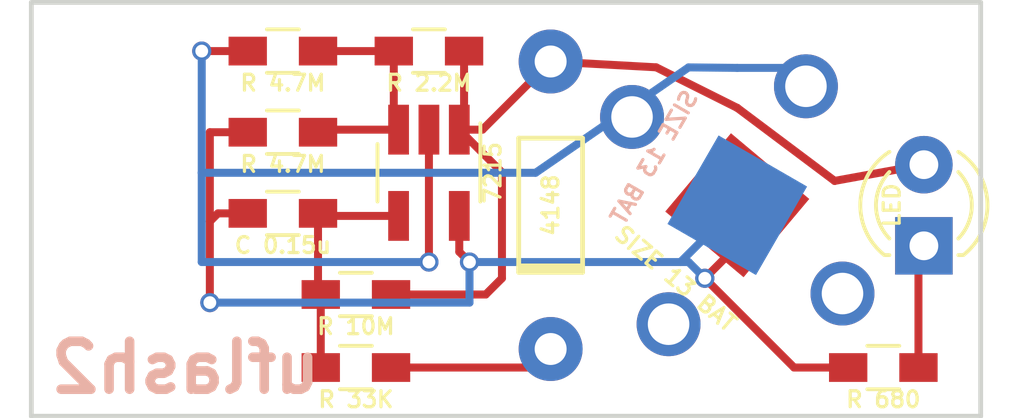
<source format=kicad_pcb>
(kicad_pcb (version 4) (host pcbnew 4.0.7-e2-6376~58~ubuntu16.04.1)

  (general
    (links 0)
    (no_connects 0)
    (area 180.174999 81.712999 212.906 94.868)
    (thickness 1.6)
    (drawings 5)
    (tracks 61)
    (zones 0)
    (modules 13)
    (nets 1)
  )

  (page A4)
  (layers
    (0 F.Cu signal)
    (31 B.Cu signal)
    (32 B.Adhes user)
    (33 F.Adhes user)
    (34 B.Paste user)
    (35 F.Paste user)
    (36 B.SilkS user)
    (37 F.SilkS user)
    (38 B.Mask user)
    (39 F.Mask user)
    (40 Dwgs.User user)
    (41 Cmts.User user)
    (42 Eco1.User user)
    (43 Eco2.User user)
    (44 Edge.Cuts user)
    (45 Margin user)
    (46 B.CrtYd user)
    (47 F.CrtYd user)
    (48 B.Fab user)
    (49 F.Fab user)
  )

  (setup
    (last_trace_width 0.25)
    (trace_clearance 0.2)
    (zone_clearance 0.508)
    (zone_45_only no)
    (trace_min 0.2)
    (segment_width 0.2)
    (edge_width 0.15)
    (via_size 0.6)
    (via_drill 0.4)
    (via_min_size 0.4)
    (via_min_drill 0.3)
    (uvia_size 0.3)
    (uvia_drill 0.1)
    (uvias_allowed no)
    (uvia_min_size 0.2)
    (uvia_min_drill 0.1)
    (pcb_text_width 0.3)
    (pcb_text_size 1.5 1.5)
    (mod_edge_width 0.15)
    (mod_text_size 1 1)
    (mod_text_width 0.15)
    (pad_size 1.524 1.524)
    (pad_drill 0.762)
    (pad_to_mask_clearance 0.2)
    (aux_axis_origin 0 0)
    (visible_elements FFFFFF7F)
    (pcbplotparams
      (layerselection 0x00030_80000001)
      (usegerberextensions false)
      (excludeedgelayer true)
      (linewidth 0.150000)
      (plotframeref false)
      (viasonmask false)
      (mode 1)
      (useauxorigin false)
      (hpglpennumber 1)
      (hpglpenspeed 20)
      (hpglpendiameter 15)
      (hpglpenoverlay 2)
      (psnegative false)
      (psa4output false)
      (plotreference true)
      (plotvalue true)
      (plotinvisibletext false)
      (padsonsilk false)
      (subtractmaskfromsilk false)
      (outputformat 1)
      (mirror false)
      (drillshape 1)
      (scaleselection 1)
      (outputdirectory ""))
  )

  (net 0 "")

  (net_class Default "This is the default net class."
    (clearance 0.2)
    (trace_width 0.25)
    (via_dia 0.6)
    (via_drill 0.4)
    (uvia_dia 0.3)
    (uvia_drill 0.1)
  )

  (module Battery_Holders:Keystone_2989_1x13mm-CoinCell (layer B.Cu) (tedit 5A8A54CD) (tstamp 5A8A5458)
    (at 203.454 88.138 240)
    (descr http://www.keyelco.com/product-pdf.cfm)
    (tags "Keystone type 2989 coin cell retainer")
    (fp_text reference "SIZE 13 BAT" (at 0 3 240) (layer B.SilkS)
      (effects (font (size 0.5 0.5) (thickness 0.1)) (justify mirror))
    )
    (fp_text value "" (at 0 0 240) (layer B.SilkS)
      (effects (font (thickness 0.15)) (justify mirror))
    )
    (fp_circle (center 0 0) (end 0 -4.4) (layer Dwgs.User) (width 0.15))
    (pad 1 thru_hole circle (at -4.3 0 240) (size 2 2) (drill 1.3) (layers *.Cu *.Mask))
    (pad 1 thru_hole circle (at 4.3 0 240) (size 2 2) (drill 1.3) (layers *.Cu *.Mask))
    (pad 2 smd rect (at 0 0 240) (size 3.2 3.2) (layers B.Cu B.Mask))
    (model Battery_Holders.3dshapes/Keystone_2989_1x13mm-CoinCell.wrl
      (at (xyz 0 0 0))
      (scale (xyz 1 1 1))
      (rotate (xyz 0 0 0))
    )
  )

  (module Resistors_SMD:R_0603_HandSoldering (layer F.Cu) (tedit 5A8A5CAE) (tstamp 5A902C9A)
    (at 208.026 93.218 180)
    (descr "Resistor SMD 0603, hand soldering")
    (tags "resistor 0603")
    (attr smd)
    (fp_text reference "R 680" (at 0 -1 180) (layer F.SilkS)
      (effects (font (size 0.5 0.5) (thickness 0.1)))
    )
    (fp_text value "" (at 0 1.55 180) (layer F.Fab)
      (effects (font (size 1 1) (thickness 0.15)))
    )
    (fp_text user %R (at 0 0 180) (layer F.Fab)
      (effects (font (size 0.4 0.4) (thickness 0.075)))
    )
    (fp_line (start -0.8 0.4) (end -0.8 -0.4) (layer F.Fab) (width 0.1))
    (fp_line (start 0.8 0.4) (end -0.8 0.4) (layer F.Fab) (width 0.1))
    (fp_line (start 0.8 -0.4) (end 0.8 0.4) (layer F.Fab) (width 0.1))
    (fp_line (start -0.8 -0.4) (end 0.8 -0.4) (layer F.Fab) (width 0.1))
    (fp_line (start 0.5 0.68) (end -0.5 0.68) (layer F.SilkS) (width 0.12))
    (fp_line (start -0.5 -0.68) (end 0.5 -0.68) (layer F.SilkS) (width 0.12))
    (fp_line (start -1.96 -0.7) (end 1.95 -0.7) (layer F.CrtYd) (width 0.05))
    (fp_line (start -1.96 -0.7) (end -1.96 0.7) (layer F.CrtYd) (width 0.05))
    (fp_line (start 1.95 0.7) (end 1.95 -0.7) (layer F.CrtYd) (width 0.05))
    (fp_line (start 1.95 0.7) (end -1.96 0.7) (layer F.CrtYd) (width 0.05))
    (pad 1 smd rect (at -1.1 0 180) (size 1.2 0.9) (layers F.Cu F.Paste F.Mask))
    (pad 2 smd rect (at 1.1 0 180) (size 1.2 0.9) (layers F.Cu F.Paste F.Mask))
    (model ${KISYS3DMOD}/Resistors_SMD.3dshapes/R_0603.wrl
      (at (xyz 0 0 0))
      (scale (xyz 1 1 1))
      (rotate (xyz 0 0 0))
    )
  )

  (module Resistors_SMD:R_0603_HandSoldering (layer F.Cu) (tedit 5A8A470B) (tstamp 5A8A8B39)
    (at 191.516 93.218 180)
    (descr "Resistor SMD 0603, hand soldering")
    (tags "resistor 0603")
    (attr smd)
    (fp_text reference "R 33K" (at 0 -1 180) (layer F.SilkS)
      (effects (font (size 0.5 0.5) (thickness 0.1)))
    )
    (fp_text value "" (at 0 1.55 180) (layer F.Fab)
      (effects (font (size 1 1) (thickness 0.15)))
    )
    (fp_text user %R (at 0 0 180) (layer F.Fab)
      (effects (font (size 0.4 0.4) (thickness 0.075)))
    )
    (fp_line (start -0.8 0.4) (end -0.8 -0.4) (layer F.Fab) (width 0.1))
    (fp_line (start 0.8 0.4) (end -0.8 0.4) (layer F.Fab) (width 0.1))
    (fp_line (start 0.8 -0.4) (end 0.8 0.4) (layer F.Fab) (width 0.1))
    (fp_line (start -0.8 -0.4) (end 0.8 -0.4) (layer F.Fab) (width 0.1))
    (fp_line (start 0.5 0.68) (end -0.5 0.68) (layer F.SilkS) (width 0.12))
    (fp_line (start -0.5 -0.68) (end 0.5 -0.68) (layer F.SilkS) (width 0.12))
    (fp_line (start -1.96 -0.7) (end 1.95 -0.7) (layer F.CrtYd) (width 0.05))
    (fp_line (start -1.96 -0.7) (end -1.96 0.7) (layer F.CrtYd) (width 0.05))
    (fp_line (start 1.95 0.7) (end 1.95 -0.7) (layer F.CrtYd) (width 0.05))
    (fp_line (start 1.95 0.7) (end -1.96 0.7) (layer F.CrtYd) (width 0.05))
    (pad 1 smd rect (at -1.1 0 180) (size 1.2 0.9) (layers F.Cu F.Paste F.Mask))
    (pad 2 smd rect (at 1.1 0 180) (size 1.2 0.9) (layers F.Cu F.Paste F.Mask))
    (model ${KISYS3DMOD}/Resistors_SMD.3dshapes/R_0603.wrl
      (at (xyz 0 0 0))
      (scale (xyz 1 1 1))
      (rotate (xyz 0 0 0))
    )
  )

  (module Resistors_SMD:R_0603_HandSoldering (layer F.Cu) (tedit 5A8A46F6) (tstamp 5A8A8B28)
    (at 191.516 90.932 180)
    (descr "Resistor SMD 0603, hand soldering")
    (tags "resistor 0603")
    (attr smd)
    (fp_text reference "R 10M" (at 0 -1 180) (layer F.SilkS)
      (effects (font (size 0.5 0.5) (thickness 0.1)))
    )
    (fp_text value "" (at 0 1.55 180) (layer F.Fab)
      (effects (font (size 1 1) (thickness 0.15)))
    )
    (fp_text user %R (at 0 0 180) (layer F.Fab)
      (effects (font (size 0.4 0.4) (thickness 0.075)))
    )
    (fp_line (start -0.8 0.4) (end -0.8 -0.4) (layer F.Fab) (width 0.1))
    (fp_line (start 0.8 0.4) (end -0.8 0.4) (layer F.Fab) (width 0.1))
    (fp_line (start 0.8 -0.4) (end 0.8 0.4) (layer F.Fab) (width 0.1))
    (fp_line (start -0.8 -0.4) (end 0.8 -0.4) (layer F.Fab) (width 0.1))
    (fp_line (start 0.5 0.68) (end -0.5 0.68) (layer F.SilkS) (width 0.12))
    (fp_line (start -0.5 -0.68) (end 0.5 -0.68) (layer F.SilkS) (width 0.12))
    (fp_line (start -1.96 -0.7) (end 1.95 -0.7) (layer F.CrtYd) (width 0.05))
    (fp_line (start -1.96 -0.7) (end -1.96 0.7) (layer F.CrtYd) (width 0.05))
    (fp_line (start 1.95 0.7) (end 1.95 -0.7) (layer F.CrtYd) (width 0.05))
    (fp_line (start 1.95 0.7) (end -1.96 0.7) (layer F.CrtYd) (width 0.05))
    (pad 1 smd rect (at -1.1 0 180) (size 1.2 0.9) (layers F.Cu F.Paste F.Mask))
    (pad 2 smd rect (at 1.1 0 180) (size 1.2 0.9) (layers F.Cu F.Paste F.Mask))
    (model ${KISYS3DMOD}/Resistors_SMD.3dshapes/R_0603.wrl
      (at (xyz 0 0 0))
      (scale (xyz 1 1 1))
      (rotate (xyz 0 0 0))
    )
  )

  (module Resistors_SMD:R_0603_HandSoldering (layer F.Cu) (tedit 5A8A4719) (tstamp 5A8A89B6)
    (at 189.23 88.392 180)
    (descr "Resistor SMD 0603, hand soldering")
    (tags "resistor 0603")
    (attr smd)
    (fp_text reference "C 0.15u" (at 0 -1 180) (layer F.SilkS)
      (effects (font (size 0.5 0.5) (thickness 0.1)))
    )
    (fp_text value "" (at 0 1.55 180) (layer F.Fab)
      (effects (font (size 1 1) (thickness 0.15)))
    )
    (fp_text user %R (at 0 0 180) (layer F.Fab)
      (effects (font (size 0.4 0.4) (thickness 0.075)))
    )
    (fp_line (start -0.8 0.4) (end -0.8 -0.4) (layer F.Fab) (width 0.1))
    (fp_line (start 0.8 0.4) (end -0.8 0.4) (layer F.Fab) (width 0.1))
    (fp_line (start 0.8 -0.4) (end 0.8 0.4) (layer F.Fab) (width 0.1))
    (fp_line (start -0.8 -0.4) (end 0.8 -0.4) (layer F.Fab) (width 0.1))
    (fp_line (start 0.5 0.68) (end -0.5 0.68) (layer F.SilkS) (width 0.12))
    (fp_line (start -0.5 -0.68) (end 0.5 -0.68) (layer F.SilkS) (width 0.12))
    (fp_line (start -1.96 -0.7) (end 1.95 -0.7) (layer F.CrtYd) (width 0.05))
    (fp_line (start -1.96 -0.7) (end -1.96 0.7) (layer F.CrtYd) (width 0.05))
    (fp_line (start 1.95 0.7) (end 1.95 -0.7) (layer F.CrtYd) (width 0.05))
    (fp_line (start 1.95 0.7) (end -1.96 0.7) (layer F.CrtYd) (width 0.05))
    (pad 1 smd rect (at -1.1 0 180) (size 1.2 0.9) (layers F.Cu F.Paste F.Mask))
    (pad 2 smd rect (at 1.1 0 180) (size 1.2 0.9) (layers F.Cu F.Paste F.Mask))
    (model ${KISYS3DMOD}/Resistors_SMD.3dshapes/R_0603.wrl
      (at (xyz 0 0 0))
      (scale (xyz 1 1 1))
      (rotate (xyz 0 0 0))
    )
  )

  (module Resistors_SMD:R_0603_HandSoldering (layer F.Cu) (tedit 5A8A472A) (tstamp 5A8A89A5)
    (at 189.23 85.852 180)
    (descr "Resistor SMD 0603, hand soldering")
    (tags "resistor 0603")
    (attr smd)
    (fp_text reference "R 4.7M" (at 0 -1 180) (layer F.SilkS)
      (effects (font (size 0.5 0.5) (thickness 0.1)))
    )
    (fp_text value "" (at 0 1.55 180) (layer F.Fab)
      (effects (font (size 1 1) (thickness 0.15)))
    )
    (fp_text user %R (at 0 0 180) (layer F.Fab)
      (effects (font (size 0.4 0.4) (thickness 0.075)))
    )
    (fp_line (start -0.8 0.4) (end -0.8 -0.4) (layer F.Fab) (width 0.1))
    (fp_line (start 0.8 0.4) (end -0.8 0.4) (layer F.Fab) (width 0.1))
    (fp_line (start 0.8 -0.4) (end 0.8 0.4) (layer F.Fab) (width 0.1))
    (fp_line (start -0.8 -0.4) (end 0.8 -0.4) (layer F.Fab) (width 0.1))
    (fp_line (start 0.5 0.68) (end -0.5 0.68) (layer F.SilkS) (width 0.12))
    (fp_line (start -0.5 -0.68) (end 0.5 -0.68) (layer F.SilkS) (width 0.12))
    (fp_line (start -1.96 -0.7) (end 1.95 -0.7) (layer F.CrtYd) (width 0.05))
    (fp_line (start -1.96 -0.7) (end -1.96 0.7) (layer F.CrtYd) (width 0.05))
    (fp_line (start 1.95 0.7) (end 1.95 -0.7) (layer F.CrtYd) (width 0.05))
    (fp_line (start 1.95 0.7) (end -1.96 0.7) (layer F.CrtYd) (width 0.05))
    (pad 1 smd rect (at -1.1 0 180) (size 1.2 0.9) (layers F.Cu F.Paste F.Mask))
    (pad 2 smd rect (at 1.1 0 180) (size 1.2 0.9) (layers F.Cu F.Paste F.Mask))
    (model ${KISYS3DMOD}/Resistors_SMD.3dshapes/R_0603.wrl
      (at (xyz 0 0 0))
      (scale (xyz 1 1 1))
      (rotate (xyz 0 0 0))
    )
  )

  (module Resistors_SMD:R_0603_HandSoldering (layer F.Cu) (tedit 5A8A5248) (tstamp 5A8A8994)
    (at 189.23 83.312)
    (descr "Resistor SMD 0603, hand soldering")
    (tags "resistor 0603")
    (attr smd)
    (fp_text reference "R 4.7M" (at 0 1) (layer F.SilkS)
      (effects (font (size 0.5 0.5) (thickness 0.1)))
    )
    (fp_text value "" (at 0 1.55) (layer F.Fab)
      (effects (font (size 1 1) (thickness 0.15)))
    )
    (fp_text user %R (at 0 0) (layer F.Fab)
      (effects (font (size 0.4 0.4) (thickness 0.075)))
    )
    (fp_line (start -0.8 0.4) (end -0.8 -0.4) (layer F.Fab) (width 0.1))
    (fp_line (start 0.8 0.4) (end -0.8 0.4) (layer F.Fab) (width 0.1))
    (fp_line (start 0.8 -0.4) (end 0.8 0.4) (layer F.Fab) (width 0.1))
    (fp_line (start -0.8 -0.4) (end 0.8 -0.4) (layer F.Fab) (width 0.1))
    (fp_line (start 0.5 0.68) (end -0.5 0.68) (layer F.SilkS) (width 0.12))
    (fp_line (start -0.5 -0.68) (end 0.5 -0.68) (layer F.SilkS) (width 0.12))
    (fp_line (start -1.96 -0.7) (end 1.95 -0.7) (layer F.CrtYd) (width 0.05))
    (fp_line (start -1.96 -0.7) (end -1.96 0.7) (layer F.CrtYd) (width 0.05))
    (fp_line (start 1.95 0.7) (end 1.95 -0.7) (layer F.CrtYd) (width 0.05))
    (fp_line (start 1.95 0.7) (end -1.96 0.7) (layer F.CrtYd) (width 0.05))
    (pad 1 smd rect (at -1.1 0) (size 1.2 0.9) (layers F.Cu F.Paste F.Mask))
    (pad 2 smd rect (at 1.1 0) (size 1.2 0.9) (layers F.Cu F.Paste F.Mask))
    (model ${KISYS3DMOD}/Resistors_SMD.3dshapes/R_0603.wrl
      (at (xyz 0 0 0))
      (scale (xyz 1 1 1))
      (rotate (xyz 0 0 0))
    )
  )

  (module TO_SOT_Packages_SMD:SOT-23-5_HandSoldering (layer F.Cu) (tedit 5A8A5517) (tstamp 5A8A54F0)
    (at 193.802 87.122 270)
    (descr "5-pin SOT23 package")
    (tags "SOT-23-5 hand-soldering")
    (attr smd)
    (fp_text reference 7215 (at 0 -2 270) (layer F.SilkS)
      (effects (font (size 0.5 0.5) (thickness 0.1)))
    )
    (fp_text value "" (at 0 2.9 270) (layer F.Fab)
      (effects (font (size 1 1) (thickness 0.15)))
    )
    (fp_text user %R (at 0 0 360) (layer F.Fab)
      (effects (font (size 0.5 0.5) (thickness 0.075)))
    )
    (fp_line (start -0.9 1.61) (end 0.9 1.61) (layer F.SilkS) (width 0.12))
    (fp_line (start 0.9 -1.61) (end -1.55 -1.61) (layer F.SilkS) (width 0.12))
    (fp_line (start -0.9 -0.9) (end -0.25 -1.55) (layer F.Fab) (width 0.1))
    (fp_line (start 0.9 -1.55) (end -0.25 -1.55) (layer F.Fab) (width 0.1))
    (fp_line (start -0.9 -0.9) (end -0.9 1.55) (layer F.Fab) (width 0.1))
    (fp_line (start 0.9 1.55) (end -0.9 1.55) (layer F.Fab) (width 0.1))
    (fp_line (start 0.9 -1.55) (end 0.9 1.55) (layer F.Fab) (width 0.1))
    (fp_line (start -2.38 -1.8) (end 2.38 -1.8) (layer F.CrtYd) (width 0.05))
    (fp_line (start -2.38 -1.8) (end -2.38 1.8) (layer F.CrtYd) (width 0.05))
    (fp_line (start 2.38 1.8) (end 2.38 -1.8) (layer F.CrtYd) (width 0.05))
    (fp_line (start 2.38 1.8) (end -2.38 1.8) (layer F.CrtYd) (width 0.05))
    (pad 1 smd rect (at -1.35 -0.95 270) (size 1.56 0.65) (layers F.Cu F.Paste F.Mask))
    (pad 2 smd rect (at -1.35 0 270) (size 1.56 0.65) (layers F.Cu F.Paste F.Mask))
    (pad 3 smd rect (at -1.35 0.95 270) (size 1.56 0.65) (layers F.Cu F.Paste F.Mask))
    (pad 4 smd rect (at 1.35 0.95 270) (size 1.56 0.65) (layers F.Cu F.Paste F.Mask))
    (pad 5 smd rect (at 1.35 -0.95 270) (size 1.56 0.65) (layers F.Cu F.Paste F.Mask))
    (model ${KISYS3DMOD}/TO_SOT_Packages_SMD.3dshapes\SOT-23-5.wrl
      (at (xyz 0 0 0))
      (scale (xyz 1 1 1))
      (rotate (xyz 0 0 0))
    )
  )

  (module Resistors_SMD:R_0603_HandSoldering (layer F.Cu) (tedit 5A8A5267) (tstamp 5A8A894E)
    (at 193.802 83.312)
    (descr "Resistor SMD 0603, hand soldering")
    (tags "resistor 0603")
    (attr smd)
    (fp_text reference "R 2.2M" (at 0 1) (layer F.SilkS)
      (effects (font (size 0.5 0.5) (thickness 0.1)))
    )
    (fp_text value "" (at 0 1.55) (layer F.Fab)
      (effects (font (size 1 1) (thickness 0.15)))
    )
    (fp_text user %R (at 0 0) (layer F.Fab)
      (effects (font (size 0.4 0.4) (thickness 0.075)))
    )
    (fp_line (start -0.8 0.4) (end -0.8 -0.4) (layer F.Fab) (width 0.1))
    (fp_line (start 0.8 0.4) (end -0.8 0.4) (layer F.Fab) (width 0.1))
    (fp_line (start 0.8 -0.4) (end 0.8 0.4) (layer F.Fab) (width 0.1))
    (fp_line (start -0.8 -0.4) (end 0.8 -0.4) (layer F.Fab) (width 0.1))
    (fp_line (start 0.5 0.68) (end -0.5 0.68) (layer F.SilkS) (width 0.12))
    (fp_line (start -0.5 -0.68) (end 0.5 -0.68) (layer F.SilkS) (width 0.12))
    (fp_line (start -1.96 -0.7) (end 1.95 -0.7) (layer F.CrtYd) (width 0.05))
    (fp_line (start -1.96 -0.7) (end -1.96 0.7) (layer F.CrtYd) (width 0.05))
    (fp_line (start 1.95 0.7) (end 1.95 -0.7) (layer F.CrtYd) (width 0.05))
    (fp_line (start 1.95 0.7) (end -1.96 0.7) (layer F.CrtYd) (width 0.05))
    (pad 1 smd rect (at -1.1 0) (size 1.2 0.9) (layers F.Cu F.Paste F.Mask))
    (pad 2 smd rect (at 1.1 0) (size 1.2 0.9) (layers F.Cu F.Paste F.Mask))
    (model ${KISYS3DMOD}/Resistors_SMD.3dshapes/R_0603.wrl
      (at (xyz 0 0 0))
      (scale (xyz 1 1 1))
      (rotate (xyz 0 0 0))
    )
  )

  (module LEDs:LED_Round_FlatTop_D3.0mm (layer F.Cu) (tedit 5A8A49E8) (tstamp 5A902AF5)
    (at 209.296 89.408 90)
    (descr "LED_Round_FlatTop, Round, FlatTop, diameter 3.0mm, 2 pins, http://www.kingbright.com/attachments/file/psearch/000/00/00/L-47XEC(Ver.9A).pdf")
    (tags "LED_Round_FlatTop Round FlatTop diameter 3.0mm 2 pins")
    (fp_text reference LED (at 1.27 -1 90) (layer F.SilkS)
      (effects (font (size 0.5 0.5) (thickness 0.1)))
    )
    (fp_text value "" (at 1.27 2.96 90) (layer F.Fab)
      (effects (font (size 0.5 0.5) (thickness 0.1)))
    )
    (fp_arc (start 1.27 0) (end -0.23 -1.16619) (angle 284.3) (layer F.Fab) (width 0.1))
    (fp_arc (start 1.27 0) (end -0.29 -1.235516) (angle 108.8) (layer F.SilkS) (width 0.12))
    (fp_arc (start 1.27 0) (end -0.29 1.235516) (angle -108.8) (layer F.SilkS) (width 0.12))
    (fp_arc (start 1.27 0) (end 0.229039 -1.08) (angle 87.9) (layer F.SilkS) (width 0.12))
    (fp_arc (start 1.27 0) (end 0.229039 1.08) (angle -87.9) (layer F.SilkS) (width 0.12))
    (fp_circle (center 1.27 0) (end 2.77 0) (layer F.Fab) (width 0.1))
    (fp_line (start -0.23 -1.16619) (end -0.23 1.16619) (layer F.Fab) (width 0.1))
    (fp_line (start -0.29 -1.236) (end -0.29 -1.08) (layer F.SilkS) (width 0.12))
    (fp_line (start -0.29 1.08) (end -0.29 1.236) (layer F.SilkS) (width 0.12))
    (fp_line (start -1.15 -2.25) (end -1.15 2.25) (layer F.CrtYd) (width 0.05))
    (fp_line (start -1.15 2.25) (end 3.7 2.25) (layer F.CrtYd) (width 0.05))
    (fp_line (start 3.7 2.25) (end 3.7 -2.25) (layer F.CrtYd) (width 0.05))
    (fp_line (start 3.7 -2.25) (end -1.15 -2.25) (layer F.CrtYd) (width 0.05))
    (pad 1 thru_hole rect (at 0 0 90) (size 1.8 1.8) (drill 0.9) (layers *.Cu *.Mask))
    (pad 2 thru_hole circle (at 2.54 0 90) (size 1.8 1.8) (drill 0.9) (layers *.Cu *.Mask))
    (model LEDs.3dshapes/LED_Round_FlatTop_D3.0mm.wrl
      (at (xyz 0 0 0))
      (scale (xyz 0.393701 0.393701 0.393701))
      (rotate (xyz 0 0 0))
    )
  )

  (module Battery_Holders:diode (layer F.Cu) (tedit 5A8A5505) (tstamp 5A8A5191)
    (at 197.612 88.138 90)
    (descr "diode 4.2max ,")
    (tags "diode 4.2max ,")
    (fp_text reference 4148 (at 0 0 90) (layer F.SilkS)
      (effects (font (size 0.5 0.5) (thickness 0.1)))
    )
    (fp_text value "" (at 0 0 90) (layer F.SilkS)
      (effects (font (thickness 0.15)))
    )
    (fp_line (start -2.1 1) (end 2.1 1) (layer F.SilkS) (width 0.15))
    (fp_line (start -2.1 -1) (end 2.1 -1) (layer F.SilkS) (width 0.15))
    (fp_line (start -1.9 1) (end -1.9 -1) (layer F.SilkS) (width 0.15))
    (fp_line (start -2 1) (end -2 -1) (layer F.SilkS) (width 0.15))
    (fp_line (start -2.1 1) (end -2.1 -1) (layer F.SilkS) (width 0.15))
    (fp_line (start 2.1 1) (end 2.1 -1) (layer F.SilkS) (width 0.15))
    (pad 1 thru_hole circle (at -4.5 0 90) (size 2 2) (drill 1) (layers *.Cu *.Mask))
    (pad 2 thru_hole circle (at 4.5 0 90) (size 2 2) (drill 1) (layers *.Cu *.Mask))
  )

  (module Mounting_Holes:MountingHole_3.5mm (layer F.Cu) (tedit 5A8A5B46) (tstamp 5A8A6290)
    (at 184.15 88.138)
    (descr "Mounting Hole 3.5mm, no annular")
    (tags "mounting hole 3.5mm no annular")
    (fp_text reference "" (at 0 -4.5) (layer F.SilkS)
      (effects (font (size 1 1) (thickness 0.15)))
    )
    (fp_text value "" (at 0 4.5) (layer F.Fab)
      (effects (font (size 1 1) (thickness 0.15)))
    )
    (fp_circle (center 0 0) (end 3.5 0) (layer Cmts.User) (width 0.15))
    (fp_circle (center 0 0) (end 3.75 0) (layer F.CrtYd) (width 0.05))
    (pad 1 np_thru_hole circle (at 0 0) (size 3.5 3.5) (drill 3.5) (layers *.Cu *.Mask))
  )

  (module Battery_Holders:Keystone_2989_1x13mm-CoinCell (layer F.Cu) (tedit 5A9A0734) (tstamp 5A9A09D6)
    (at 203.454 88.138 140)
    (descr http://www.keyelco.com/product-pdf.cfm)
    (tags "Keystone type 2989 coin cell retainer")
    (fp_text reference "SIZE 13 BAT" (at 0 -3 140) (layer F.SilkS)
      (effects (font (size 0.5 0.5) (thickness 0.1)))
    )
    (fp_text value "" (at 0 0 140) (layer F.SilkS)
      (effects (font (thickness 0.15)))
    )
    (fp_circle (center 0 0) (end 0 4.4) (layer Dwgs.User) (width 0.15))
    (pad 1 thru_hole circle (at -4.3 0 140) (size 2 2) (drill 1.3) (layers *.Cu *.Mask))
    (pad 1 thru_hole circle (at 4.3 0 140) (size 2 2) (drill 1.3) (layers *.Cu *.Mask))
    (pad 2 smd rect (at 0 0 140) (size 3.2 3.2) (layers F.Cu F.Mask))
    (model Battery_Holders.3dshapes/Keystone_2989_1x13mm-CoinCell.wrl
      (at (xyz 0 0 0))
      (scale (xyz 1 1 1))
      (rotate (xyz 0 0 0))
    )
  )

  (gr_line (start 181.356 81.788) (end 211.074 81.788) (angle 90) (layer Edge.Cuts) (width 0.15))
  (gr_line (start 211.074 94.742) (end 181.356 94.742) (angle 90) (layer Edge.Cuts) (width 0.15))
  (gr_text uflash2 (at 186.182 93.218) (layer B.SilkS)
    (effects (font (size 1.5 1.5) (thickness 0.3)) (justify mirror))
  )
  (gr_line (start 211.074 81.788) (end 211.074 94.742) (angle 90) (layer Edge.Cuts) (width 0.15))
  (gr_line (start 181.356 81.788) (end 181.356 94.742) (angle 90) (layer Edge.Cuts) (width 0.15))

  (segment (start 206.926 93.218) (end 205.232 93.218) (width 0.25) (layer F.Cu) (net 0) (status 400000))
  (segment (start 205.232 93.218) (end 202.438 90.424) (width 0.25) (layer F.Cu) (net 0) (tstamp 5A9A0CC4))
  (segment (start 203.454 89.408) (end 202.438 90.424) (width 0.25) (layer F.Cu) (net 0) (tstamp 5A9A0AE0))
  (segment (start 201.93 89.916) (end 201.676 89.916) (width 0.25) (layer B.Cu) (net 0) (tstamp 5A9A0AF0))
  (segment (start 202.438 90.424) (end 201.93 89.916) (width 0.25) (layer B.Cu) (net 0) (tstamp 5A9A0AEF))
  (via (at 202.438 90.424) (size 0.6) (drill 0.4) (layers F.Cu B.Cu) (net 0))
  (segment (start 205.027909 83.838) (end 203.454 83.838) (width 0.25) (layer B.Cu) (net 0))
  (segment (start 201.929975 83.822431) (end 197.14 87.122) (width 0.25) (layer B.Cu) (net 0) (tstamp 5A8A5EA9))
  (segment (start 197.14 87.122) (end 186.69 87.122) (width 0.25) (layer B.Cu) (net 0) (tstamp 5A8A5EAA))
  (segment (start 203.454 83.838) (end 201.929975 83.822431) (width 0.25) (layer B.Cu) (net 0))
  (segment (start 205.027909 83.838) (end 205.604 84.414091) (width 0.25) (layer B.Cu) (net 0) (tstamp 5A9A0C22))
  (segment (start 203.454 88.138) (end 201.676 89.916) (width 0.25) (layer B.Cu) (net 0))
  (segment (start 195.072 89.916) (end 201.676 89.916) (width 0.25) (layer B.Cu) (net 0))
  (segment (start 197.612 83.638) (end 200.914 83.82) (width 0.25) (layer F.Cu) (net 0))
  (segment (start 200.914 83.82) (end 203.454 85.09) (width 0.25) (layer F.Cu) (net 0) (tstamp 5A9A0A84))
  (segment (start 206.502 87.376) (end 209.296 86.868) (width 0.25) (layer F.Cu) (net 0) (tstamp 5A9A0A31))
  (segment (start 206.502 87.376) (end 206.502 87.376) (width 0.25) (layer F.Cu) (net 0) (tstamp 5A9A0A2F))
  (segment (start 203.454 85.09) (end 206.502 87.376) (width 0.25) (layer F.Cu) (net 0) (tstamp 5A9A0A2D))
  (segment (start 203.454 85.09) (end 203.454 85.09) (width 0.25) (layer F.Cu) (net 0) (tstamp 5A9A0A2B))
  (segment (start 209.126 93.218) (end 209.126 89.578) (width 0.25) (layer F.Cu) (net 0))
  (segment (start 209.126 89.578) (end 209.296 89.408) (width 0.25) (layer F.Cu) (net 0) (tstamp 5A8A635C))
  (segment (start 188.13 88.392) (end 187.198 88.392) (width 0.25) (layer F.Cu) (net 0))
  (segment (start 187.198 88.392) (end 186.944 88.646) (width 0.25) (layer F.Cu) (net 0) (tstamp 5A8A5F47))
  (segment (start 194.902 83.312) (end 194.902 85.622) (width 0.25) (layer F.Cu) (net 0))
  (segment (start 194.902 85.622) (end 194.752 85.772) (width 0.25) (layer F.Cu) (net 0) (tstamp 5A8A5F37))
  (segment (start 192.616 93.218) (end 197.032 93.218) (width 0.25) (layer F.Cu) (net 0))
  (segment (start 197.032 93.218) (end 197.612 92.638) (width 0.25) (layer F.Cu) (net 0) (tstamp 5A8A5215))
  (segment (start 194.752 85.772) (end 195.478 85.772) (width 0.25) (layer F.Cu) (net 0))
  (segment (start 195.478 85.772) (end 197.612 83.638) (width 0.25) (layer F.Cu) (net 0) (tstamp 5A8A5211))
  (segment (start 188.13 83.312) (end 186.69 83.312) (width 0.25) (layer F.Cu) (net 0))
  (via (at 186.69 83.312) (size 0.6) (drill 0.4) (layers F.Cu B.Cu) (net 0))
  (segment (start 186.69 83.312) (end 186.69 87.122) (width 0.25) (layer B.Cu) (net 0) (tstamp 5A903B9A))
  (segment (start 186.69 87.122) (end 186.69 89.916) (width 0.25) (layer B.Cu) (net 0) (tstamp 5A8A5EAD))
  (via (at 193.802 89.916) (size 0.6) (drill 0.4) (layers F.Cu B.Cu) (net 0))
  (segment (start 193.802 89.916) (end 186.69 89.916) (width 0.25) (layer B.Cu) (net 0) (tstamp 5A902C61))
  (segment (start 193.802 85.772) (end 193.802 89.916) (width 0.25) (layer F.Cu) (net 0))
  (segment (start 188.13 85.852) (end 186.944 85.852) (width 0.25) (layer F.Cu) (net 0))
  (via (at 186.944 91.186) (size 0.6) (drill 0.4) (layers F.Cu B.Cu) (net 0))
  (segment (start 186.944 85.852) (end 186.944 88.646) (width 0.25) (layer F.Cu) (net 0) (tstamp 5A903B90))
  (segment (start 186.944 88.646) (end 186.944 91.186) (width 0.25) (layer F.Cu) (net 0) (tstamp 5A8A5F49))
  (segment (start 192.616 90.932) (end 195.072 90.932) (width 0.25) (layer F.Cu) (net 0))
  (segment (start 196.088 87.108) (end 194.752 85.772) (width 0.25) (layer F.Cu) (net 0) (tstamp 5A902C81))
  (segment (start 196.088 90.424) (end 196.088 87.108) (width 0.25) (layer F.Cu) (net 0) (tstamp 5A902C80))
  (segment (start 195.58 90.932) (end 196.088 90.424) (width 0.25) (layer F.Cu) (net 0) (tstamp 5A902C7F))
  (segment (start 195.072 90.932) (end 195.58 90.932) (width 0.25) (layer F.Cu) (net 0) (tstamp 5A902C7E))
  (segment (start 194.752 88.472) (end 194.752 89.596) (width 0.25) (layer F.Cu) (net 0))
  (segment (start 195.072 91.186) (end 186.944 91.186) (width 0.25) (layer B.Cu) (net 0) (tstamp 5A902C7B))
  (segment (start 195.072 89.916) (end 195.072 91.186) (width 0.25) (layer B.Cu) (net 0) (tstamp 5A902C7A))
  (via (at 195.072 89.916) (size 0.6) (drill 0.4) (layers F.Cu B.Cu) (net 0))
  (segment (start 194.752 89.596) (end 195.072 89.916) (width 0.25) (layer F.Cu) (net 0) (tstamp 5A902C78))
  (segment (start 194.752 85.772) (end 194.752 85.786) (width 0.25) (layer F.Cu) (net 0))
  (segment (start 190.416 90.932) (end 190.416 93.218) (width 0.25) (layer F.Cu) (net 0))
  (segment (start 190.33 88.392) (end 190.33 90.846) (width 0.25) (layer F.Cu) (net 0))
  (segment (start 190.33 90.846) (end 190.416 90.932) (width 0.25) (layer F.Cu) (net 0) (tstamp 5A902C4D))
  (segment (start 192.852 88.472) (end 190.41 88.472) (width 0.25) (layer F.Cu) (net 0))
  (segment (start 190.41 88.472) (end 190.33 88.392) (width 0.25) (layer F.Cu) (net 0) (tstamp 5A902B84))
  (segment (start 192.852 85.772) (end 190.41 85.772) (width 0.25) (layer F.Cu) (net 0))
  (segment (start 190.41 85.772) (end 190.33 85.852) (width 0.25) (layer F.Cu) (net 0) (tstamp 5A902B81))
  (segment (start 192.702 83.312) (end 192.702 85.622) (width 0.25) (layer F.Cu) (net 0))
  (segment (start 192.702 85.622) (end 192.852 85.772) (width 0.25) (layer F.Cu) (net 0) (tstamp 5A902B7E))
  (segment (start 190.33 83.312) (end 192.702 83.312) (width 0.25) (layer F.Cu) (net 0))

)

</source>
